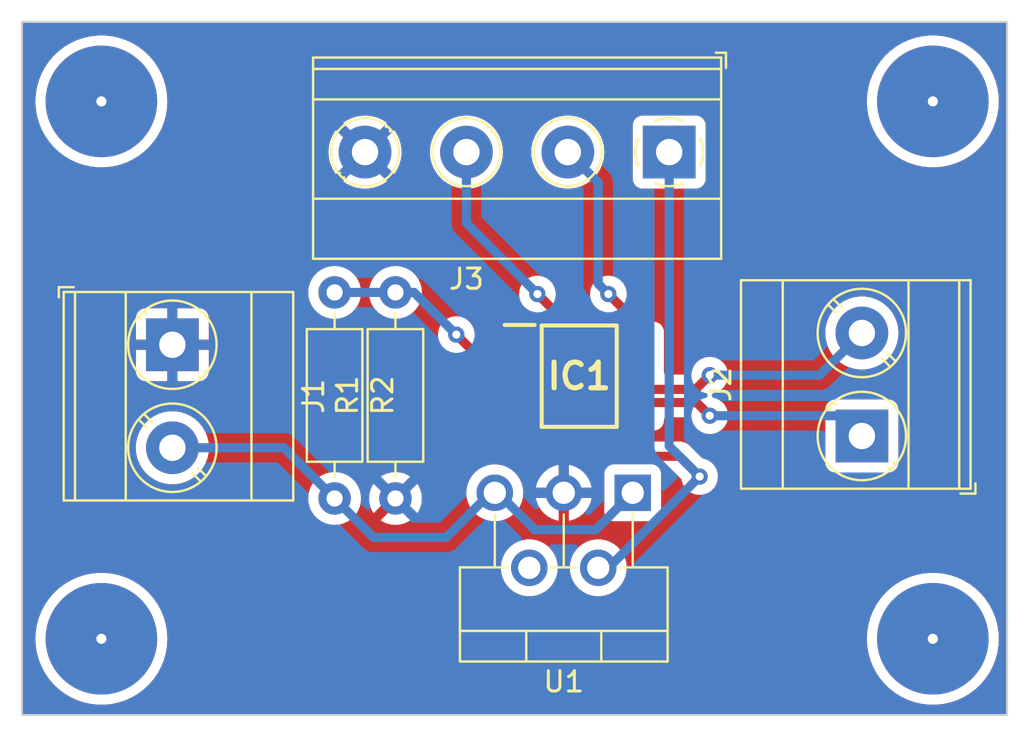
<source format=kicad_pcb>
(kicad_pcb (version 20240108) (generator "pcbnew") (generator_version "8.0")
  (layers (0 "F.Cu" signal) (31 "B.Cu" signal) (34 "B.Paste" user) (35 "F.Paste" user) (36 "B.SilkS" user "B.Silkscreen") (37 "F.SilkS" user "F.Silkscreen") (38 "B.Mask" user) (39 "F.Mask" user) (44 "Edge.Cuts" user))
  (net 0 "")
  (net 4 "Net-(IC1-BAT)")
  (net 6 "Net-(IC1-REGIN)")
  (net 8 "Net-(IC1-SRP)")
  (net 9 "Net-(IC1-SRN)")
  (net 12 "Net-(IC1-P4{slash}SCL)")
  (net 13 "Net-(IC1-P3{slash}SDA)")
  (net 14 "Net-(J1-Pin_2)")
  (net 16 "GND")
  (footprint "Resistor_THT:R_Axial_DIN0207_L6.3mm_D2.5mm_P10.16mm_Horizontal" (layer "F.Cu") (at 163 88.42 -90)
    (property "Reference" "R2" (at 5.08 -2.37 90) (layer "F.SilkS"))
    (property "Value" "9k")
    (fp_line (start 1.81 1.37) (end 8.35 1.37) (stroke (width 0.12)) (layer "F.SilkS"))
    (fp_line (start 8.35 1.37) (end 8.35 -1.37) (stroke (width 0.12)) (layer "F.SilkS"))
    (fp_line (start 1.04 0) (end 1.81 0) (stroke (width 0.12)) (layer "F.SilkS"))
    (fp_line (start 9.12 0) (end 8.35 0) (stroke (width 0.12)) (layer "F.SilkS"))
    (fp_line (start 1.81 -1.37) (end 1.81 1.37) (stroke (width 0.12)) (layer "F.SilkS"))
    (fp_line (start 8.35 -1.37) (end 1.81 -1.37) (stroke (width 0.12)) (layer "F.SilkS"))
    (pad "1" thru_hole circle (at 0 0 270) (size 1.6 1.6) (drill 0.8) (layers "*.Cu" "*.Mask") (net 4 "Net-(IC1-BAT)"))
    (pad "2" thru_hole oval (at 10.16 0 270) (size 1.6 1.6) (drill 0.8) (layers "*.Cu" "*.Mask") (net 14 "Net-(J1-Pin_2)"))
  )
  (footprint "KiCad:SOP65P640X120-14N" (layer "F.Cu") (at 175.062 92.55)
    (property "Reference" "IC1" (at 0 0 0) (layer "F.SilkS") (effects (font (size 1.27 1.27) (thickness 0.254))))
    (property "Value" "BQ34Z100PW-G1" (hide yes))
    (fp_line (start -3.675 -2.525) (end -2.2 -2.525) (stroke (width 0.2)) (layer "F.SilkS"))
    (fp_line (start -1.85 -2.5) (end 1.85 -2.5) (stroke (width 0.2)) (layer "F.SilkS"))
    (fp_line (start -1.85 2.5) (end -1.85 -2.5) (stroke (width 0.2)) (layer "F.SilkS"))
    (fp_line (start 1.85 -2.5) (end 1.85 2.5) (stroke (width 0.2)) (layer "F.SilkS"))
    (fp_line (start 1.85 2.5) (end -1.85 2.5) (stroke (width 0.2)) (layer "F.SilkS"))
    (pad "1" smd rect (at -2.938 -1.95 90) (size 0.45 1.475) (layers "F.Cu" "F.Paste" "F.Mask"))
    (pad "2" smd rect (at -2.938 -1.3 90) (size 0.45 1.475) (layers "F.Cu" "F.Paste" "F.Mask"))
    (pad "3" smd rect (at -2.938 -0.65 90) (size 0.45 1.475) (layers "F.Cu" "F.Paste" "F.Mask"))
    (pad "4" smd rect (at -2.938 0 90) (size 0.45 1.475) (layers "F.Cu" "F.Paste" "F.Mask") (net 4 "Net-(IC1-BAT)"))
    (pad "5" smd rect (at -2.938 0.65 90) (size 0.45 1.475) (layers "F.Cu" "F.Paste" "F.Mask"))
    (pad "6" smd rect (at -2.938 1.3 90) (size 0.45 1.475) (layers "F.Cu" "F.Paste" "F.Mask") (net 6 "Net-(IC1-REGIN)"))
    (pad "7" smd rect (at -2.938 1.95 90) (size 0.45 1.475) (layers "F.Cu" "F.Paste" "F.Mask"))
    (pad "8" smd rect (at 2.938 1.95 90) (size 0.45 1.475) (layers "F.Cu" "F.Paste" "F.Mask") (net 16 "GND"))
    (pad "9" smd rect (at 2.938 1.3 90) (size 0.45 1.475) (layers "F.Cu" "F.Paste" "F.Mask") (net 8 "Net-(IC1-SRP)"))
    (pad "10" smd rect (at 2.938 0.65 90) (size 0.45 1.475) (layers "F.Cu" "F.Paste" "F.Mask") (net 9 "Net-(IC1-SRN)"))
    (pad "11" smd rect (at 2.938 0 90) (size 0.45 1.475) (layers "F.Cu" "F.Paste" "F.Mask"))
    (pad "12" smd rect (at 2.938 -0.65 90) (size 0.45 1.475) (layers "F.Cu" "F.Paste" "F.Mask"))
    (pad "13" smd rect (at 2.938 -1.3 90) (size 0.45 1.475) (layers "F.Cu" "F.Paste" "F.Mask") (net 12 "Net-(IC1-P4{slash}SCL)"))
    (pad "14" smd rect (at 2.938 -1.95 90) (size 0.45 1.475) (layers "F.Cu" "F.Paste" "F.Mask") (net 13 "Net-(IC1-P3{slash}SDA)"))
  )
  (footprint "TerminalBlock_Phoenix:TerminalBlock_Phoenix_MKDS-3-2-5.08_1x02_P5.08mm_Horizontal" (layer "F.Cu") (at 155 91 -90)
    (property "Reference" "J1" (at 2.54 -6.96 90) (layer "F.SilkS"))
    (property "Value" "Screw_Terminal_01x02")
    (fp_line (start -2.84 5.6) (end -2.34 5.6) (stroke (width 0.12)) (layer "F.SilkS"))
    (fp_line (start -2.6 5.36) (end 7.68 5.36) (stroke (width 0.12)) (layer "F.SilkS"))
    (fp_line (start -2.84 4.86) (end -2.84 5.6) (stroke (width 0.12)) (layer "F.SilkS"))
    (fp_line (start -2.6 4.8) (end 7.68 4.8) (stroke (width 0.12)) (layer "F.SilkS"))
    (fp_line (start -2.6 2.3) (end 7.68 2.3) (stroke (width 0.12)) (layer "F.SilkS"))
    (fp_line (start -1.282 1.547) (end -1.388 1.654) (stroke (width 0.12)) (layer "F.SilkS"))
    (fp_line (start -1.548 1.281) (end -1.654 1.388) (stroke (width 0.12)) (layer "F.SilkS"))
    (fp_line (start 4.073 1.274) (end 3.693 1.654) (stroke (width 0.12)) (layer "F.SilkS"))
    (fp_line (start 3.822 0.992) (end 3.427 1.388) (stroke (width 0.12)) (layer "F.SilkS"))
    (fp_line (start 1.654 -1.388) (end 1.547 -1.281) (stroke (width 0.12)) (layer "F.SilkS"))
    (fp_line (start 6.734 -1.388) (end 6.339 -0.992) (stroke (width 0.12)) (layer "F.SilkS"))
    (fp_line (start 1.388 -1.654) (end 1.281 -1.547) (stroke (width 0.12)) (layer "F.SilkS"))
    (fp_line (start 6.468 -1.654) (end 6.088 -1.274) (stroke (width 0.12)) (layer "F.SilkS"))
    (fp_line (start -2.6 -3.9) (end 7.68 -3.9) (stroke (width 0.12)) (layer "F.SilkS"))
    (fp_line (start -2.6 -5.96) (end -2.6 5.36) (stroke (width 0.12)) (layer "F.SilkS"))
    (fp_line (start -2.6 -5.96) (end 7.68 -5.96) (stroke (width 0.12)) (layer "F.SilkS"))
    (fp_line (start 7.68 -5.96) (end 7.68 5.36) (stroke (width 0.12)) (layer "F.SilkS"))
    (fp_circle (center 0 0) (end 2.18 0) (stroke (width 0.12)) (fill none) (layer "F.SilkS"))
    (fp_circle (center 5.08 0) (end 7.26 0) (stroke (width 0.12)) (fill none) (layer "F.SilkS"))
    (pad "1" thru_hole rect (at 0 0 270) (size 2.6 2.6) (drill 1.3) (layers "*.Cu" "*.Mask") (net 16 "GND"))
    (pad "2" thru_hole circle (at 5.08 0 270) (size 2.6 2.6) (drill 1.3) (layers "*.Cu" "*.Mask") (net 14 "Net-(J1-Pin_2)"))
  )
  (footprint "Package_TO_SOT_THT:TO-220-5_P3.4x3.7mm_StaggerOdd_Lead3.8mm_Vertical" (layer "F.Cu") (at 177.7 98.3 180)
    (property "Reference" "U1" (at 3.4 -9.32 360) (layer "F.SilkS"))
    (property "Value" "LM2596T-ADJ")
    (fp_line (start 8.52 -8.32) (end 8.52 -3.679) (stroke (width 0.12)) (layer "F.SilkS"))
    (fp_line (start 6.8 -3.679) (end 6.8 -1.065) (stroke (width 0.12)) (layer "F.SilkS"))
    (fp_line (start 6.165 -3.679) (end 8.52 -3.679) (stroke (width 0.12)) (layer "F.SilkS"))
    (fp_line (start 5.25 -8.32) (end 5.25 -6.811) (stroke (width 0.12)) (layer "F.SilkS"))
    (fp_line (start 3.4 -3.679) (end 3.4 -1.065) (stroke (width 0.12)) (layer "F.SilkS"))
    (fp_line (start 2.765 -3.679) (end 4.035 -3.679) (stroke (width 0.12)) (layer "F.SilkS"))
    (fp_line (start 1.55 -8.32) (end 1.55 -6.811) (stroke (width 0.12)) (layer "F.SilkS"))
    (fp_line (start 0 -3.679) (end 0 -1.049) (stroke (width 0.12)) (layer "F.SilkS"))
    (fp_line (start -1.721 -3.679) (end 0.635 -3.679) (stroke (width 0.12)) (layer "F.SilkS"))
    (fp_line (start -1.721 -6.811) (end 8.52 -6.811) (stroke (width 0.12)) (layer "F.SilkS"))
    (fp_line (start -1.721 -8.32) (end 8.52 -8.32) (stroke (width 0.12)) (layer "F.SilkS"))
    (fp_line (start -1.721 -8.32) (end -1.721 -3.679) (stroke (width 0.12)) (layer "F.SilkS"))
    (pad "1" thru_hole rect (at 0 0 180) (size 1.8 1.8) (drill 1.1) (layers "*.Cu" "*.Mask") (net 14 "Net-(J1-Pin_2)"))
    (pad "2" thru_hole oval (at 1.7 -3.7 180) (size 1.8 1.8) (drill 1.1) (layers "*.Cu" "*.Mask") (net 6 "Net-(IC1-REGIN)"))
    (pad "3" thru_hole oval (at 3.4 0 180) (size 1.8 1.8) (drill 1.1) (layers "*.Cu" "*.Mask") (net 16 "GND"))
    (pad "4" thru_hole oval (at 5.1 -3.7 180) (size 1.8 1.8) (drill 1.1) (layers "*.Cu" "*.Mask"))
    (pad "5" thru_hole oval (at 6.8 0 180) (size 1.8 1.8) (drill 1.1) (layers "*.Cu" "*.Mask") (net 14 "Net-(J1-Pin_2)"))
  )
  (footprint "TerminalBlock_Phoenix:TerminalBlock_Phoenix_MKDS-1,5-4_1x04_P5.00mm_Horizontal" (layer "F.Cu") (at 179.5 81.5 180)
    (property "Reference" "J3" (at 10 -6.26 360) (layer "F.SilkS"))
    (property "Value" "Screw_Terminal_01x04")
    (fp_line (start 17.561 -5.261) (end 17.561 4.66) (stroke (width 0.12)) (layer "F.SilkS"))
    (fp_line (start 16.275 -1.069) (end 16.228 -1.023) (stroke (width 0.12)) (layer "F.SilkS"))
    (fp_line (start 16.07 -1.275) (end 16.035 -1.239) (stroke (width 0.12)) (layer "F.SilkS"))
    (fp_line (start 13.966 1.239) (end 13.931 1.274) (stroke (width 0.12)) (layer "F.SilkS"))
    (fp_line (start 13.773 1.023) (end 13.726 1.069) (stroke (width 0.12)) (layer "F.SilkS"))
    (fp_line (start 11.275 -1.069) (end 11.228 -1.023) (stroke (width 0.12)) (layer "F.SilkS"))
    (fp_line (start 11.07 -1.275) (end 11.035 -1.239) (stroke (width 0.12)) (layer "F.SilkS"))
    (fp_line (start 8.966 1.239) (end 8.931 1.274) (stroke (width 0.12)) (layer "F.SilkS"))
    (fp_line (start 8.773 1.023) (end 8.726 1.069) (stroke (width 0.12)) (layer "F.SilkS"))
    (fp_line (start 6.275 -1.069) (end 6.228 -1.023) (stroke (width 0.12)) (layer "F.SilkS"))
    (fp_line (start 6.07 -1.275) (end 6.035 -1.239) (stroke (width 0.12)) (layer "F.SilkS"))
    (fp_line (start 3.966 1.239) (end 3.931 1.274) (stroke (width 0.12)) (layer "F.SilkS"))
    (fp_line (start 3.773 1.023) (end 3.726 1.069) (stroke (width 0.12)) (layer "F.SilkS"))
    (fp_line (start -2.56 4.66) (end 17.561 4.66) (stroke (width 0.12)) (layer "F.SilkS"))
    (fp_line (start -2.56 4.1) (end 17.561 4.1) (stroke (width 0.12)) (layer "F.SilkS"))
    (fp_line (start -2.56 2.6) (end 17.561 2.6) (stroke (width 0.12)) (layer "F.SilkS"))
    (fp_line (start -2.56 -2.301) (end 17.561 -2.301) (stroke (width 0.12)) (layer "F.SilkS"))
    (fp_line (start -2.56 -5.261) (end 17.561 -5.261) (stroke (width 0.12)) (layer "F.SilkS"))
    (fp_line (start -2.56 -5.261) (end -2.56 4.66) (stroke (width 0.12)) (layer "F.SilkS"))
    (fp_line (start -2.8 4.9) (end -2.3 4.9) (stroke (width 0.12)) (layer "F.SilkS"))
    (fp_line (start -2.8 4.16) (end -2.8 4.9) (stroke (width 0.12)) (layer "F.SilkS"))
    (fp_arc (start 1.535427 -0.683042) (mid 1.680501 0.000524) (end 1.535 0.684) (stroke (width 0.12)) (layer "F.SilkS"))
    (fp_arc (start 0.683318 1.534756) (mid 0.349292 1.643288) (end 0 1.68) (stroke (width 0.12)) (layer "F.SilkS"))
    (fp_arc (start 0.028805 1.680253) (mid -0.335551 1.646659) (end -0.684 1.535) (stroke (width 0.12)) (layer "F.SilkS"))
    (fp_arc (start -0.683042 -1.535427) (mid 0.000524 -1.680501) (end 0.684 -1.535) (stroke (width 0.12)) (layer "F.SilkS"))
    (fp_arc (start -1.535427 0.683042) (mid -1.680501 -0.000524) (end -1.535 -0.684) (stroke (width 0.12)) (layer "F.SilkS"))
    (fp_circle (center 15 0) (end 16.68 0) (stroke (width 0.12)) (fill none) (layer "F.SilkS"))
    (fp_circle (center 10 0) (end 11.68 0) (stroke (width 0.12)) (fill none) (layer "F.SilkS"))
    (fp_circle (center 5 0) (end 6.68 0) (stroke (width 0.12)) (fill none) (layer "F.SilkS"))
    (pad "1" thru_hole rect (at 0 0 180) (size 2.6 2.6) (drill 1.3) (layers "*.Cu" "*.Mask") (net 6 "Net-(IC1-REGIN)"))
    (pad "2" thru_hole circle (at 5 0 180) (size 2.6 2.6) (drill 1.3) (layers "*.Cu" "*.Mask") (net 13 "Net-(IC1-P3{slash}SDA)"))
    (pad "3" thru_hole circle (at 10 0 180) (size 2.6 2.6) (drill 1.3) (layers "*.Cu" "*.Mask") (net 12 "Net-(IC1-P4{slash}SCL)"))
    (pad "4" thru_hole circle (at 15 0 180) (size 2.6 2.6) (drill 1.3) (layers "*.Cu" "*.Mask") (net 16 "GND"))
  )
  (footprint "Resistor_THT:R_Axial_DIN0207_L6.3mm_D2.5mm_P10.16mm_Horizontal" (layer "F.Cu") (at 166 98.58 90)
    (property "Reference" "R1" (at 5.08 -2.37 90) (layer "F.SilkS"))
    (property "Value" "1k")
    (fp_line (start 8.35 -1.37) (end 1.81 -1.37) (stroke (width 0.12)) (layer "F.SilkS"))
    (fp_line (start 1.81 -1.37) (end 1.81 1.37) (stroke (width 0.12)) (layer "F.SilkS"))
    (fp_line (start 9.12 0) (end 8.35 0) (stroke (width 0.12)) (layer "F.SilkS"))
    (fp_line (start 1.04 0) (end 1.81 0) (stroke (width 0.12)) (layer "F.SilkS"))
    (fp_line (start 8.35 1.37) (end 8.35 -1.37) (stroke (width 0.12)) (layer "F.SilkS"))
    (fp_line (start 1.81 1.37) (end 8.35 1.37) (stroke (width 0.12)) (layer "F.SilkS"))
    (pad "1" thru_hole circle (at 0 0 90) (size 1.6 1.6) (drill 0.8) (layers "*.Cu" "*.Mask") (net 16 "GND"))
    (pad "2" thru_hole oval (at 10.16 0 90) (size 1.6 1.6) (drill 0.8) (layers "*.Cu" "*.Mask") (net 4 "Net-(IC1-BAT)"))
  )
  (footprint "TerminalBlock_Phoenix:TerminalBlock_Phoenix_MKDS-3-2-5.08_1x02_P5.08mm_Horizontal" (layer "F.Cu") (at 189 95.5 90)
    (property "Reference" "J2" (at 2.54 -6.96 90) (layer "F.SilkS"))
    (property "Value" "Screw_Terminal_01x02")
    (fp_line (start 7.68 -5.96) (end 7.68 5.36) (stroke (width 0.12)) (layer "F.SilkS"))
    (fp_line (start -2.6 -5.96) (end 7.68 -5.96) (stroke (width 0.12)) (layer "F.SilkS"))
    (fp_line (start -2.6 -5.96) (end -2.6 5.36) (stroke (width 0.12)) (layer "F.SilkS"))
    (fp_line (start -2.6 -3.9) (end 7.68 -3.9) (stroke (width 0.12)) (layer "F.SilkS"))
    (fp_line (start 6.468 -1.654) (end 6.088 -1.274) (stroke (width 0.12)) (layer "F.SilkS"))
    (fp_line (start 1.388 -1.654) (end 1.281 -1.547) (stroke (width 0.12)) (layer "F.SilkS"))
    (fp_line (start 6.734 -1.388) (end 6.339 -0.992) (stroke (width 0.12)) (layer "F.SilkS"))
    (fp_line (start 1.654 -1.388) (end 1.547 -1.281) (stroke (width 0.12)) (layer "F.SilkS"))
    (fp_line (start 3.822 0.992) (end 3.427 1.388) (stroke (width 0.12)) (layer "F.SilkS"))
    (fp_line (start 4.073 1.274) (end 3.693 1.654) (stroke (width 0.12)) (layer "F.SilkS"))
    (fp_line (start -1.548 1.281) (end -1.654 1.388) (stroke (width 0.12)) (layer "F.SilkS"))
    (fp_line (start -1.282 1.547) (end -1.388 1.654) (stroke (width 0.12)) (layer "F.SilkS"))
    (fp_line (start -2.6 2.3) (end 7.68 2.3) (stroke (width 0.12)) (layer "F.SilkS"))
    (fp_line (start -2.6 4.8) (end 7.68 4.8) (stroke (width 0.12)) (layer "F.SilkS"))
    (fp_line (start -2.84 4.86) (end -2.84 5.6) (stroke (width 0.12)) (layer "F.SilkS"))
    (fp_line (start -2.6 5.36) (end 7.68 5.36) (stroke (width 0.12)) (layer "F.SilkS"))
    (fp_line (start -2.84 5.6) (end -2.34 5.6) (stroke (width 0.12)) (layer "F.SilkS"))
    (fp_circle (center 5.08 0) (end 7.26 0) (stroke (width 0.12)) (fill none) (layer "F.SilkS"))
    (fp_circle (center 0 0) (end 2.18 0) (stroke (width 0.12)) (fill none) (layer "F.SilkS"))
    (pad "1" thru_hole rect (at 0 0 90) (size 2.6 2.6) (drill 1.3) (layers "*.Cu" "*.Mask") (net 8 "Net-(IC1-SRP)"))
    (pad "2" thru_hole circle (at 5.08 0 90) (size 2.6 2.6) (drill 1.3) (layers "*.Cu" "*.Mask") (net 9 "Net-(IC1-SRN)"))
  )
  (gr_rect (start 147.58 75.08) (end 196.16 109.26) (stroke (width 0.1)) (fill none) (layer "Edge.Cuts"))
  (via (at 192.5 105.5) (size 5.5) (drill 0.5) (layers "F.Cu" "B.Cu") (net 0))
  (via (at 151.5 79) (size 5.5) (drill 0.5) (layers "F.Cu" "B.Cu") (net 0))
  (via (at 192.5 79) (size 5.5) (drill 0.5) (layers "F.Cu" "B.Cu") (net 0))
  (via (at 151.5 105.5) (size 5.5) (drill 0.5) (layers "F.Cu" "B.Cu") (net 0))
  (segment (start 172.124 92) (end 170.5 92) (width 0.45) (layer "F.Cu") (net 4))
  (segment (start 170.5 92) (end 169 90.5) (width 0.45) (layer "F.Cu") (net 4))
  (via (at 169 90.5) (size 0.8) (drill 0.4) (layers "F.Cu" "B.Cu") (net 4))
  (segment (start 166.92 88.42) (end 169 90.5) (width 0.45) (layer "B.Cu") (net 4))
  (segment (start 166 88.42) (end 166.92 88.42) (width 0.45) (layer "B.Cu") (net 4))
  (segment (start 163 88.42) (end 166 88.42) (width 0.45) (layer "B.Cu") (net 4))
  (segment (start 180 96.5) (end 176.25 96.5) (width 0.45) (layer "F.Cu") (net 6))
  (segment (start 173.6 93.85) (end 172.124 93.85) (width 0.45) (layer "F.Cu") (net 6))
  (segment (start 176.25 96.5) (end 173.6 93.85) (width 0.45) (layer "F.Cu") (net 6))
  (segment (start 181 97.5) (end 180 96.5) (width 0.45) (layer "F.Cu") (net 6))
  (via (at 181 97.5) (size 0.8) (drill 0.4) (layers "F.Cu" "B.Cu") (net 6))
  (segment (start 181 97.5) (end 179.5 96) (width 0.45) (layer "B.Cu") (net 6))
  (segment (start 181 97.5) (end 176.5 102) (width 0.45) (layer "B.Cu") (net 6))
  (segment (start 176.5 102) (end 176 102) (width 0.45) (layer "B.Cu") (net 6))
  (segment (start 179.5 96) (end 179.5 81.5) (width 0.45) (layer "B.Cu") (net 6))
  (segment (start 180.85 93.85) (end 178 93.85) (width 0.45) (layer "F.Cu") (net 8))
  (segment (start 181.5 94.5) (end 180.85 93.85) (width 0.45) (layer "F.Cu") (net 8))
  (via (at 181.5 94.5) (size 0.8) (drill 0.4) (layers "F.Cu" "B.Cu") (net 8))
  (segment (start 181.5 94.5) (end 188 94.5) (width 0.45) (layer "B.Cu") (net 8))
  (segment (start 188 94.5) (end 189 95.5) (width 0.45) (layer "B.Cu") (net 8))
  (segment (start 180.8 93.2) (end 181.5 92.5) (width 0.45) (layer "F.Cu") (net 9))
  (segment (start 178 93.2) (end 180.8 93.2) (width 0.45) (layer "F.Cu") (net 9))
  (via (at 181.5 92.5) (size 0.8) (drill 0.4) (layers "F.Cu" "B.Cu") (net 9))
  (segment (start 189 90.42) (end 186.92 92.5) (width 0.45) (layer "B.Cu") (net 9))
  (segment (start 186.92 92.5) (end 181.5 92.5) (width 0.45) (layer "B.Cu") (net 9))
  (segment (start 178 91.25) (end 175.75 91.25) (width 0.45) (layer "F.Cu") (net 12))
  (segment (start 175.75 91.25) (end 173 88.5) (width 0.45) (layer "F.Cu") (net 12))
  (via (at 173 88.5) (size 0.8) (drill 0.4) (layers "F.Cu" "B.Cu") (net 12))
  (segment (start 169.5 81.5) (end 169.5 85) (width 0.45) (layer "B.Cu") (net 12))
  (segment (start 169.5 85) (end 173 88.5) (width 0.45) (layer "B.Cu") (net 12))
  (segment (start 178 90.6) (end 178 90) (width 0.45) (layer "F.Cu") (net 13))
  (segment (start 178 90) (end 176.5 88.5) (width 0.45) (layer "F.Cu") (net 13))
  (via (at 176.5 88.5) (size 0.8) (drill 0.4) (layers "F.Cu" "B.Cu") (net 13))
  (segment (start 176 88) (end 176.5 88.5) (width 0.45) (layer "B.Cu") (net 13))
  (segment (start 176 83) (end 174.5 81.5) (width 0.45) (layer "B.Cu") (net 13))
  (segment (start 176 83.5) (end 176 88) (width 0.45) (layer "B.Cu") (net 13))
  (segment (start 176 83.5) (end 176 83) (width 0.45) (layer "B.Cu") (net 13))
  (segment (start 160.5 96.08) (end 163 98.58) (width 0.45) (layer "B.Cu") (net 14))
  (segment (start 155 96.08) (end 160.5 96.08) (width 0.45) (layer "B.Cu") (net 14))
  (segment (start 170.7 98.3) (end 171.05 98.3) (width 0.45) (layer "B.Cu") (net 14))
  (segment (start 168.5 100.5) (end 170.7 98.3) (width 0.45) (layer "B.Cu") (net 14))
  (segment (start 172.870626 100.120626) (end 175.879374 100.120626) (width 0.45) (layer "B.Cu") (net 14))
  (segment (start 171.05 98.3) (end 172.870626 100.120626) (width 0.45) (layer "B.Cu") (net 14))
  (segment (start 164.92 100.5) (end 168.5 100.5) (width 0.45) (layer "B.Cu") (net 14))
  (segment (start 163 98.58) (end 164.92 100.5) (width 0.45) (layer "B.Cu") (net 14))
  (segment (start 175.879374 100.120626) (end 177.7 98.3) (width 0.45) (layer "B.Cu") (net 14))
  (zone (net 16) (net_name "GND") (layers "F&B.Cu") (connect_pads (clearance 0.5)) (min_thickness 0.25) (fill yes (thermal_gap 0.5) (thermal_bridge_width 0.5))
    (polygon (pts (xy 146.5 74) (xy 197 74) (xy 197 110) (xy 146.5 110)))
  )
)
</source>
